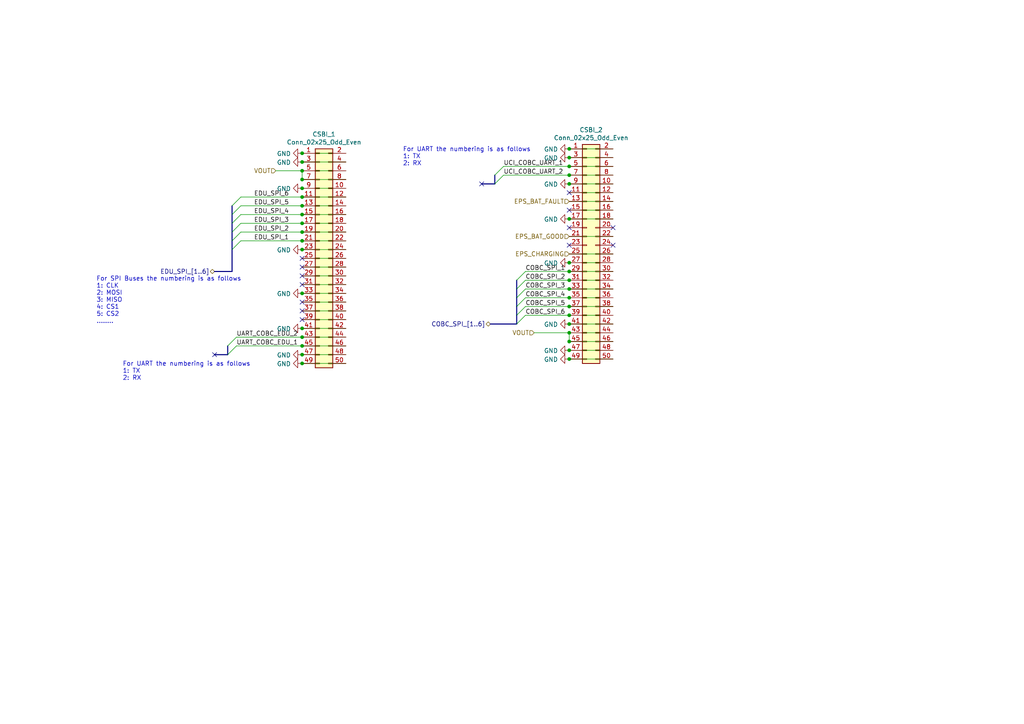
<source format=kicad_sch>
(kicad_sch (version 20211123) (generator eeschema)
  (paper "A4")
  (title_block (title "STS1_connectors") (date "21.02.2021") (rev "1.0") (company "TU Wien Space Team"))
  (lib_symbols
    (symbol "Connector_Generic:Conn_02x25_Odd_Even" (pin_names (offset 1.016) hide)
      (property "Reference" "J" (at 1.27 33.02 0))
      (property "Value" "Conn_02x25_Odd_Even" (at 1.27 -33.02 0))
      (symbol "Conn_02x25_Odd_Even_1_1"
        (rectangle (start -1.27 -30.353) (end 0 -30.607) (stroke (width 0.1524)))
        (rectangle (start -1.27 -27.813) (end 0 -28.067) (stroke (width 0.1524)))
        (rectangle (start -1.27 -25.273) (end 0 -25.527) (stroke (width 0.1524)))
        (rectangle (start -1.27 -22.733) (end 0 -22.987) (stroke (width 0.1524)))
        (rectangle (start -1.27 -20.193) (end 0 -20.447) (stroke (width 0.1524)))
        (rectangle (start -1.27 -17.653) (end 0 -17.907) (stroke (width 0.1524)))
        (rectangle (start -1.27 -15.113) (end 0 -15.367) (stroke (width 0.1524)))
        (rectangle (start -1.27 -12.573) (end 0 -12.827) (stroke (width 0.1524)))
        (rectangle (start -1.27 -10.033) (end 0 -10.287) (stroke (width 0.1524)))
        (rectangle (start -1.27 -7.493) (end 0 -7.747) (stroke (width 0.1524)))
        (rectangle (start -1.27 -4.953) (end 0 -5.207) (stroke (width 0.1524)))
        (rectangle (start -1.27 -2.413) (end 0 -2.667) (stroke (width 0.1524)))
        (rectangle (start -1.27 0.127) (end 0 -0.127) (stroke (width 0.1524)))
        (rectangle (start -1.27 2.667) (end 0 2.413) (stroke (width 0.1524)))
        (rectangle (start -1.27 5.207) (end 0 4.953) (stroke (width 0.1524)))
        (rectangle (start -1.27 7.747) (end 0 7.493) (stroke (width 0.1524)))
        (rectangle (start -1.27 10.287) (end 0 10.033) (stroke (width 0.1524)))
        (rectangle (start -1.27 12.827) (end 0 12.573) (stroke (width 0.1524)))
        (rectangle (start -1.27 15.367) (end 0 15.113) (stroke (width 0.1524)))
        (rectangle (start -1.27 17.907) (end 0 17.653) (stroke (width 0.1524)))
        (rectangle (start -1.27 20.447) (end 0 20.193) (stroke (width 0.1524)))
        (rectangle (start -1.27 22.987) (end 0 22.733) (stroke (width 0.1524)))
        (rectangle (start -1.27 25.527) (end 0 25.273) (stroke (width 0.1524)))
        (rectangle (start -1.27 28.067) (end 0 27.813) (stroke (width 0.1524)))
        (rectangle (start -1.27 30.607) (end 0 30.353) (stroke (width 0.1524)))
        (rectangle (start -1.27 31.75) (end 3.81 -31.75) (stroke (width 0.254)) (fill (type background)))
        (rectangle (start 3.81 -30.353) (end 2.54 -30.607) (stroke (width 0.1524)))
        (rectangle (start 3.81 -27.813) (end 2.54 -28.067) (stroke (width 0.1524)))
        (rectangle (start 3.81 -25.273) (end 2.54 -25.527) (stroke (width 0.1524)))
        (rectangle (start 3.81 -22.733) (end 2.54 -22.987) (stroke (width 0.1524)))
        (rectangle (start 3.81 -20.193) (end 2.54 -20.447) (stroke (width 0.1524)))
        (rectangle (start 3.81 -17.653) (end 2.54 -17.907) (stroke (width 0.1524)))
        (rectangle (start 3.81 -15.113) (end 2.54 -15.367) (stroke (width 0.1524)))
        (rectangle (start 3.81 -12.573) (end 2.54 -12.827) (stroke (width 0.1524)))
        (rectangle (start 3.81 -10.033) (end 2.54 -10.287) (stroke (width 0.1524)))
        (rectangle (start 3.81 -7.493) (end 2.54 -7.747) (stroke (width 0.1524)))
        (rectangle (start 3.81 -4.953) (end 2.54 -5.207) (stroke (width 0.1524)))
        (rectangle (start 3.81 -2.413) (end 2.54 -2.667) (stroke (width 0.1524)))
        (rectangle (start 3.81 0.127) (end 2.54 -0.127) (stroke (width 0.1524)))
        (rectangle (start 3.81 2.667) (end 2.54 2.413) (stroke (width 0.1524)))
        (rectangle (start 3.81 5.207) (end 2.54 4.953) (stroke (width 0.1524)))
        (rectangle (start 3.81 7.747) (end 2.54 7.493) (stroke (width 0.1524)))
        (rectangle (start 3.81 10.287) (end 2.54 10.033) (stroke (width 0.1524)))
        (rectangle (start 3.81 12.827) (end 2.54 12.573) (stroke (width 0.1524)))
        (rectangle (start 3.81 15.367) (end 2.54 15.113) (stroke (width 0.1524)))
        (rectangle (start 3.81 17.907) (end 2.54 17.653) (stroke (width 0.1524)))
        (rectangle (start 3.81 20.447) (end 2.54 20.193) (stroke (width 0.1524)))
        (rectangle (start 3.81 22.987) (end 2.54 22.733) (stroke (width 0.1524)))
        (rectangle (start 3.81 25.527) (end 2.54 25.273) (stroke (width 0.1524)))
        (rectangle (start 3.81 28.067) (end 2.54 27.813) (stroke (width 0.1524)))
        (rectangle (start 3.81 30.607) (end 2.54 30.353) (stroke (width 0.1524)))
        (pin passive line (at -5.08 30.48 0) (length 3.81) (name "Pin_1") (number "1"))
        (pin passive line (at 7.62 20.32 180) (length 3.81) (name "Pin_10") (number "10"))
        (pin passive line (at -5.08 17.78 0) (length 3.81) (name "Pin_11") (number "11"))
        (pin passive line (at 7.62 17.78 180) (length 3.81) (name "Pin_12") (number "12"))
        (pin passive line (at -5.08 15.24 0) (length 3.81) (name "Pin_13") (number "13"))
        (pin passive line (at 7.62 15.24 180) (length 3.81) (name "Pin_14") (number "14"))
        (pin passive line (at -5.08 12.7 0) (length 3.81) (name "Pin_15") (number "15"))
        (pin passive line (at 7.62 12.7 180) (length 3.81) (name "Pin_16") (number "16"))
        (pin passive line (at -5.08 10.16 0) (length 3.81) (name "Pin_17") (number "17"))
        (pin passive line (at 7.62 10.16 180) (length 3.81) (name "Pin_18") (number "18"))
        (pin passive line (at -5.08 7.62 0) (length 3.81) (name "Pin_19") (number "19"))
        (pin passive line (at 7.62 30.48 180) (length 3.81) (name "Pin_2") (number "2"))
        (pin passive line (at 7.62 7.62 180) (length 3.81) (name "Pin_20") (number "20"))
        (pin passive line (at -5.08 5.08 0) (length 3.81) (name "Pin_21") (number "21"))
        (pin passive line (at 7.62 5.08 180) (length 3.81) (name "Pin_22") (number "22"))
        (pin passive line (at -5.08 2.54 0) (length 3.81) (name "Pin_23") (number "23"))
        (pin passive line (at 7.62 2.54 180) (length 3.81) (name "Pin_24") (number "24"))
        (pin passive line (at -5.08 0 0) (length 3.81) (name "Pin_25") (number "25"))
        (pin passive line (at 7.62 0 180) (length 3.81) (name "Pin_26") (number "26"))
        (pin passive line (at -5.08 -2.54 0) (length 3.81) (name "Pin_27") (number "27"))
        (pin passive line (at 7.62 -2.54 180) (length 3.81) (name "Pin_28") (number "28"))
        (pin passive line (at -5.08 -5.08 0) (length 3.81) (name "Pin_29") (number "29"))
        (pin passive line (at -5.08 27.94 0) (length 3.81) (name "Pin_3") (number "3"))
        (pin passive line (at 7.62 -5.08 180) (length 3.81) (name "Pin_30") (number "30"))
        (pin passive line (at -5.08 -7.62 0) (length 3.81) (name "Pin_31") (number "31"))
        (pin passive line (at 7.62 -7.62 180) (length 3.81) (name "Pin_32") (number "32"))
        (pin passive line (at -5.08 -10.16 0) (length 3.81) (name "Pin_33") (number "33"))
        (pin passive line (at 7.62 -10.16 180) (length 3.81) (name "Pin_34") (number "34"))
        (pin passive line (at -5.08 -12.7 0) (length 3.81) (name "Pin_35") (number "35"))
        (pin passive line (at 7.62 -12.7 180) (length 3.81) (name "Pin_36") (number "36"))
        (pin passive line (at -5.08 -15.24 0) (length 3.81) (name "Pin_37") (number "37"))
        (pin passive line (at 7.62 -15.24 180) (length 3.81) (name "Pin_38") (number "38"))
        (pin passive line (at -5.08 -17.78 0) (length 3.81) (name "Pin_39") (number "39"))
        (pin passive line (at 7.62 27.94 180) (length 3.81) (name "Pin_4") (number "4"))
        (pin passive line (at 7.62 -17.78 180) (length 3.81) (name "Pin_40") (number "40"))
        (pin passive line (at -5.08 -20.32 0) (length 3.81) (name "Pin_41") (number "41"))
        (pin passive line (at 7.62 -20.32 180) (length 3.81) (name "Pin_42") (number "42"))
        (pin passive line (at -5.08 -22.86 0) (length 3.81) (name "Pin_43") (number "43"))
        (pin passive line (at 7.62 -22.86 180) (length 3.81) (name "Pin_44") (number "44"))
        (pin passive line (at -5.08 -25.4 0) (length 3.81) (name "Pin_45") (number "45"))
        (pin passive line (at 7.62 -25.4 180) (length 3.81) (name "Pin_46") (number "46"))
        (pin passive line (at -5.08 -27.94 0) (length 3.81) (name "Pin_47") (number "47"))
        (pin passive line (at 7.62 -27.94 180) (length 3.81) (name "Pin_48") (number "48"))
        (pin passive line (at -5.08 -30.48 0) (length 3.81) (name "Pin_49") (number "49"))
        (pin passive line (at -5.08 25.4 0) (length 3.81) (name "Pin_5") (number "5"))
        (pin passive line (at 7.62 -30.48 180) (length 3.81) (name "Pin_50") (number "50"))
        (pin passive line (at 7.62 25.4 180) (length 3.81) (name "Pin_6") (number "6"))
        (pin passive line (at -5.08 22.86 0) (length 3.81) (name "Pin_7") (number "7"))
        (pin passive line (at 7.62 22.86 180) (length 3.81) (name "Pin_8") (number "8"))
        (pin passive line (at -5.08 20.32 0) (length 3.81) (name "Pin_9") (number "9"))
      )
    )
    (symbol "power:GND" (power) (pin_names (offset 0))
      (property "Value" "GND" (at 0 -3.81 0))
      (symbol "GND_0_1"
        (polyline (pts (xy 0 0) (xy 0 -1.27) (xy 1.27 -1.27) (xy 0 -2.54) (xy -1.27 -1.27) (xy 0 -1.27)))
      )
      (symbol "GND_1_1"
        (pin power_in line (at 0 0 270) (length 0) hide (name "GND") (number "1"))
      )
    )
  )
  (junction (at 165.1 45.72))
  (junction (at 87.63 69.85))
  (junction (at 165.1 93.98))
  (junction (at 87.63 100.33))
  (junction (at 87.63 49.53))
  (junction (at 165.1 78.74))
  (junction (at 165.1 63.5))
  (junction (at 165.1 101.6))
  (junction (at 165.1 83.82))
  (junction (at 165.1 91.44))
  (junction (at 87.63 67.31))
  (junction (at 165.1 48.26))
  (junction (at 87.63 102.87))
  (junction (at 87.63 97.79))
  (junction (at 87.63 57.15))
  (junction (at 87.63 72.39))
  (junction (at 165.1 53.34))
  (junction (at 87.63 44.45))
  (junction (at 87.63 95.25))
  (junction (at 165.1 50.8))
  (junction (at 87.63 62.23))
  (junction (at 165.1 76.2))
  (junction (at 87.63 52.07))
  (junction (at 87.63 105.41))
  (junction (at 87.63 85.09))
  (junction (at 165.1 88.9))
  (junction (at 87.63 46.99))
  (junction (at 165.1 81.28))
  (junction (at 87.63 64.77))
  (junction (at 87.63 59.69))
  (junction (at 87.63 54.61))
  (junction (at 165.1 99.06))
  (junction (at 165.1 96.52))
  (junction (at 165.1 43.18))
  (junction (at 165.1 104.14))
  (junction (at 165.1 86.36))
  (no_connect (at 87.63 80.01))
  (no_connect (at 87.63 77.47))
  (no_connect (at 165.1 55.88))
  (no_connect (at 87.63 74.93))
  (no_connect (at 177.8 66.04))
  (no_connect (at 87.63 82.55))
  (no_connect (at 165.1 60.96))
  (no_connect (at 165.1 66.04))
  (no_connect (at 62.23 102.87))
  (no_connect (at 87.63 92.71))
  (no_connect (at 87.63 90.17))
  (no_connect (at 87.63 87.63))
  (no_connect (at 139.7 53.34))
  (no_connect (at 165.1 71.12))
  (no_connect (at 177.8 71.12))
  (bus_entry (at 149.86 93.98) (size 2.54 -2.54))
  (bus_entry (at 149.86 88.9) (size 2.54 -2.54))
  (bus_entry (at 66.04 102.87) (size 2.54 -2.54))
  (bus_entry (at 149.86 81.28) (size 2.54 -2.54))
  (bus_entry (at 67.31 69.85) (size 2.54 -2.54))
  (bus_entry (at 149.86 83.82) (size 2.54 -2.54))
  (bus_entry (at 149.86 91.44) (size 2.54 -2.54))
  (bus_entry (at 143.51 50.8) (size 2.54 -2.54))
  (bus_entry (at 67.31 64.77) (size 2.54 -2.54))
  (bus_entry (at 67.31 62.23) (size 2.54 -2.54))
  (bus_entry (at 67.31 72.39) (size 2.54 -2.54))
  (bus_entry (at 67.31 59.69) (size 2.54 -2.54))
  (bus_entry (at 66.04 100.33) (size 2.54 -2.54))
  (bus_entry (at 143.51 53.34) (size 2.54 -2.54))
  (bus_entry (at 67.31 67.31) (size 2.54 -2.54))
  (bus_entry (at 149.86 86.36) (size 2.54 -2.54))
  (wire (pts (xy 87.63 80.01) (xy 100.33 80.01)))
  (wire (pts (xy 165.1 86.36) (xy 177.8 86.36)))
  (wire (pts (xy 87.63 69.85) (xy 100.33 69.85)))
  (wire (pts (xy 87.63 69.85) (xy 69.85 69.85)))
  (wire (pts (xy 68.58 100.33) (xy 87.63 100.33)))
  (wire (pts (xy 87.63 64.77) (xy 100.33 64.77)))
  (wire (pts (xy 165.1 83.82) (xy 152.4 83.82)))
  (wire (pts (xy 165.1 96.52) (xy 165.1 99.06)))
  (wire (pts (xy 87.63 97.79) (xy 100.33 97.79)))
  (wire (pts (xy 154.94 96.52) (xy 165.1 96.52)))
  (wire (pts (xy 87.63 59.69) (xy 100.33 59.69)))
  (bus (pts (xy 143.51 53.34) (xy 139.7 53.34)))
  (wire (pts (xy 165.1 101.6) (xy 177.8 101.6)))
  (wire (pts (xy 87.63 67.31) (xy 69.85 67.31)))
  (bus (pts (xy 149.86 83.82) (xy 149.86 86.36)))
  (wire (pts (xy 165.1 104.14) (xy 177.8 104.14)))
  (wire (pts (xy 165.1 43.18) (xy 177.8 43.18)))
  (wire (pts (xy 87.63 72.39) (xy 100.33 72.39)))
  (wire (pts (xy 87.63 100.33) (xy 100.33 100.33)))
  (wire (pts (xy 87.63 95.25) (xy 100.33 95.25)))
  (wire (pts (xy 87.63 105.41) (xy 100.33 105.41)))
  (bus (pts (xy 67.31 59.69) (xy 67.31 62.23)))
  (wire (pts (xy 165.1 58.42) (xy 177.8 58.42)))
  (bus (pts (xy 67.31 72.39) (xy 67.31 78.74)))
  (wire (pts (xy 87.63 59.69) (xy 69.85 59.69)))
  (wire (pts (xy 87.63 62.23) (xy 69.85 62.23)))
  (wire (pts (xy 165.1 73.66) (xy 177.8 73.66)))
  (wire (pts (xy 165.1 91.44) (xy 177.8 91.44)))
  (wire (pts (xy 87.63 49.53) (xy 100.33 49.53)))
  (wire (pts (xy 165.1 99.06) (xy 177.8 99.06)))
  (wire (pts (xy 165.1 86.36) (xy 152.4 86.36)))
  (wire (pts (xy 165.1 63.5) (xy 177.8 63.5)))
  (wire (pts (xy 87.63 90.17) (xy 100.33 90.17)))
  (wire (pts (xy 87.63 92.71) (xy 100.33 92.71)))
  (wire (pts (xy 165.1 55.88) (xy 177.8 55.88)))
  (wire (pts (xy 87.63 77.47) (xy 100.33 77.47)))
  (bus (pts (xy 149.86 86.36) (xy 149.86 88.9)))
  (bus (pts (xy 143.51 50.8) (xy 143.51 53.34)))
  (wire (pts (xy 165.1 76.2) (xy 177.8 76.2)))
  (wire (pts (xy 87.63 62.23) (xy 100.33 62.23)))
  (wire (pts (xy 68.58 97.79) (xy 87.63 97.79)))
  (wire (pts (xy 87.63 87.63) (xy 100.33 87.63)))
  (wire (pts (xy 87.63 54.61) (xy 100.33 54.61)))
  (wire (pts (xy 87.63 102.87) (xy 100.33 102.87)))
  (wire (pts (xy 165.1 78.74) (xy 152.4 78.74)))
  (wire (pts (xy 87.63 49.53) (xy 87.63 52.07)))
  (wire (pts (xy 165.1 96.52) (xy 177.8 96.52)))
  (wire (pts (xy 80.01 49.53) (xy 87.63 49.53)))
  (wire (pts (xy 165.1 81.28) (xy 152.4 81.28)))
  (wire (pts (xy 87.63 57.15) (xy 69.85 57.15)))
  (wire (pts (xy 165.1 68.58) (xy 177.8 68.58)))
  (wire (pts (xy 87.63 44.45) (xy 100.33 44.45)))
  (bus (pts (xy 67.31 69.85) (xy 67.31 72.39)))
  (wire (pts (xy 165.1 88.9) (xy 177.8 88.9)))
  (bus (pts (xy 67.31 64.77) (xy 67.31 67.31)))
  (wire (pts (xy 87.63 74.93) (xy 100.33 74.93)))
  (bus (pts (xy 149.86 93.98) (xy 142.24 93.98)))
  (wire (pts (xy 165.1 60.96) (xy 177.8 60.96)))
  (wire (pts (xy 87.63 52.07) (xy 100.33 52.07)))
  (bus (pts (xy 67.31 78.74) (xy 62.23 78.74)))
  (wire (pts (xy 87.63 64.77) (xy 69.85 64.77)))
  (wire (pts (xy 165.1 45.72) (xy 177.8 45.72)))
  (bus (pts (xy 66.04 100.33) (xy 66.04 102.87)))
  (bus (pts (xy 149.86 88.9) (xy 149.86 91.44)))
  (wire (pts (xy 87.63 46.99) (xy 100.33 46.99)))
  (bus (pts (xy 67.31 62.23) (xy 67.31 64.77)))
  (bus (pts (xy 67.31 67.31) (xy 67.31 69.85)))
  (wire (pts (xy 87.63 57.15) (xy 100.33 57.15)))
  (bus (pts (xy 66.04 102.87) (xy 62.23 102.87)))
  (wire (pts (xy 165.1 81.28) (xy 177.8 81.28)))
  (bus (pts (xy 149.86 91.44) (xy 149.86 93.98)))
  (wire (pts (xy 165.1 91.44) (xy 152.4 91.44)))
  (wire (pts (xy 165.1 83.82) (xy 177.8 83.82)))
  (wire (pts (xy 165.1 53.34) (xy 177.8 53.34)))
  (wire (pts (xy 146.05 50.8) (xy 165.1 50.8)))
  (wire (pts (xy 87.63 82.55) (xy 100.33 82.55)))
  (wire (pts (xy 165.1 93.98) (xy 177.8 93.98)))
  (wire (pts (xy 165.1 50.8) (xy 177.8 50.8)))
  (wire (pts (xy 87.63 67.31) (xy 100.33 67.31)))
  (wire (pts (xy 87.63 85.09) (xy 100.33 85.09)))
  (wire (pts (xy 165.1 88.9) (xy 152.4 88.9)))
  (bus (pts (xy 149.86 81.28) (xy 149.86 83.82)))
  (wire (pts (xy 165.1 48.26) (xy 177.8 48.26)))
  (wire (pts (xy 146.05 48.26) (xy 165.1 48.26)))
  (wire (pts (xy 165.1 78.74) (xy 177.8 78.74)))
  (text "For SPI Buses the numbering is as follows\n1: CLK\n2: MOSI\n3: MISO\n4: CS1\n5: CS2\n........" (at 27.94 93.98 0) (effects (font (size 1.27 1.27)) (justify left bottom)))
  (text "For UART the numbering is as follows\n1: TX\n2: RX\n" (at 116.84 48.26 0) (effects (font (size 1.27 1.27)) (justify left bottom)))
  (text "For UART the numbering is as follows\n1: TX\n2: RX\n" (at 35.56 110.49 0) (effects (font (size 1.27 1.27)) (justify left bottom)))
  (label "EDU_SPI_2" (at 73.66 67.31 0))
  (label "UART_COBC_EDU_1" (at 68.58 100.33 0))
  (label "COBC_SPI_3" (at 152.4 83.82 0))
  (label "EDU_SPI_3" (at 73.66 64.77 0))
  (label "COBC_SPI_1" (at 152.4 78.74 0))
  (label "UCI_COBC_UART_2" (at 146.05 50.8 0))
  (label "COBC_SPI_5" (at 152.4 88.9 0))
  (label "COBC_SPI_2" (at 152.4 81.28 0))
  (label "UCI_COBC_UART_1" (at 146.05 48.26 0))
  (label "COBC_SPI_4" (at 152.4 86.36 0))
  (label "EDU_SPI_4" (at 73.66 62.23 0))
  (label "EDU_SPI_5" (at 73.66 59.69 0))
  (label "EDU_SPI_1" (at 73.66 69.85 0))
  (label "EDU_SPI_6" (at 73.66 57.15 0))
  (label "UART_COBC_EDU_2" (at 68.58 97.79 0))
  (label "COBC_SPI_6" (at 152.4 91.44 0))
  (hierarchical_label "VOUT" (shape input) (at 154.94 96.52 180))
  (hierarchical_label "VOUT" (shape input) (at 80.01 49.53 180))
  (hierarchical_label "EPS_CHARGING" (shape input) (at 165.1 73.66 180))
  (hierarchical_label "COBC_SPI_[1..6]" (shape bidirectional) (at 142.24 93.98 180))
  (hierarchical_label "EDU_SPI_[1..6]" (shape bidirectional) (at 62.23 78.74 180))
  (hierarchical_label "EPS_BAT_GOOD" (shape input) (at 165.1 68.58 180))
  (hierarchical_label "EPS_BAT_FAULT" (shape input) (at 165.1 58.42 180))
  (symbol (lib_id "Connector_Generic:Conn_02x25_Odd_Even") (at 92.71 74.93 0) (unit 1)
    (property "Reference" "CSBI_1" (at 93.98 38.9382 0))
    (property "Value" "Conn_02x25_Odd_Even" (at 93.98 41.2496 0))
    (property "Footprint" "Connector_PinHeader_2.00mm:PinHeader_2x25_P2.00mm_Vertical" (effects hide))
  )
  (symbol (lib_id "Connector_Generic:Conn_02x25_Odd_Even") (at 170.18 73.66 0) (unit 1)
    (property "Reference" "CSBI_2" (at 171.45 37.6682 0))
    (property "Value" "Conn_02x25_Odd_Even" (at 171.45 39.9796 0))
    (property "Footprint" "Connector_PinHeader_2.00mm:PinHeader_2x25_P2.00mm_Vertical" (effects hide))
  )
  (symbol (lib_id "power:GND") (at 87.63 44.45 270) (unit 1)
    (property "Reference" "#PWR0105" (effects hide))
    (property "Value" "GND" (at 84.3788 44.577 90) (effects (justify right)))
  )
  (symbol (lib_id "power:GND") (at 87.63 46.99 270) (unit 1)
    (property "Reference" "#PWR0106" (effects hide))
    (property "Value" "GND" (at 84.3788 47.117 90) (effects (justify right)))
  )
  (symbol (lib_id "power:GND") (at 87.63 54.61 270) (unit 1)
    (property "Reference" "#PWR0109" (effects hide))
    (property "Value" "GND" (at 84.3788 54.737 90) (effects (justify right)))
  )
  (symbol (lib_id "power:GND") (at 87.63 85.09 270) (unit 1)
    (property "Reference" "#PWR0111" (effects hide))
    (property "Value" "GND" (at 84.3788 85.217 90) (effects (justify right)))
  )
  (symbol (lib_id "power:GND") (at 87.63 102.87 270) (unit 1)
    (property "Reference" "#PWR0113" (effects hide))
    (property "Value" "GND" (at 84.3788 102.997 90) (effects (justify right)))
  )
  (symbol (lib_id "power:GND") (at 87.63 105.41 270) (unit 1)
    (property "Reference" "#PWR0114" (effects hide))
    (property "Value" "GND" (at 84.3788 105.537 90) (effects (justify right)))
  )
  (symbol (lib_id "power:GND") (at 165.1 43.18 270) (unit 1)
    (property "Reference" "#PWR0115" (effects hide))
    (property "Value" "GND" (at 161.8488 43.307 90) (effects (justify right)))
  )
  (symbol (lib_id "power:GND") (at 165.1 45.72 270) (unit 1)
    (property "Reference" "#PWR0116" (effects hide))
    (property "Value" "GND" (at 161.8488 45.847 90) (effects (justify right)))
  )
  (symbol (lib_id "power:GND") (at 165.1 104.14 270) (unit 1)
    (property "Reference" "#PWR0117" (effects hide))
    (property "Value" "GND" (at 161.8488 104.267 90) (effects (justify right)))
  )
  (symbol (lib_id "power:GND") (at 165.1 101.6 270) (unit 1)
    (property "Reference" "#PWR0118" (effects hide))
    (property "Value" "GND" (at 161.8488 101.727 90) (effects (justify right)))
  )
  (symbol (lib_id "power:GND") (at 165.1 76.2 270) (unit 1)
    (property "Reference" "#PWR0119" (effects hide))
    (property "Value" "GND" (at 161.8488 76.327 90) (effects (justify right)))
  )
  (symbol (lib_id "power:GND") (at 165.1 63.5 270) (unit 1)
    (property "Reference" "#PWR0120" (effects hide))
    (property "Value" "GND" (at 161.8488 63.627 90) (effects (justify right)))
  )
  (symbol (lib_id "power:GND") (at 165.1 93.98 270) (unit 1)
    (property "Reference" "#PWR0121" (effects hide))
    (property "Value" "GND" (at 161.8488 94.107 90) (effects (justify right)))
  )
  (symbol (lib_id "power:GND") (at 87.63 72.39 270) (unit 1)
    (property "Reference" "#PWR0110" (effects hide))
    (property "Value" "GND" (at 84.3788 72.517 90) (effects (justify right)))
  )
  (symbol (lib_id "power:GND") (at 87.63 95.25 270) (unit 1)
    (property "Reference" "#PWR0112" (effects hide))
    (property "Value" "GND" (at 84.3788 95.377 90) (effects (justify right)))
  )
  (symbol (lib_id "power:GND") (at 165.1 53.34 270) (unit 1)
    (property "Reference" "#PWR0124" (effects hide))
    (property "Value" "GND" (at 161.8488 53.467 90) (effects (justify right)))
  )
)
</source>
